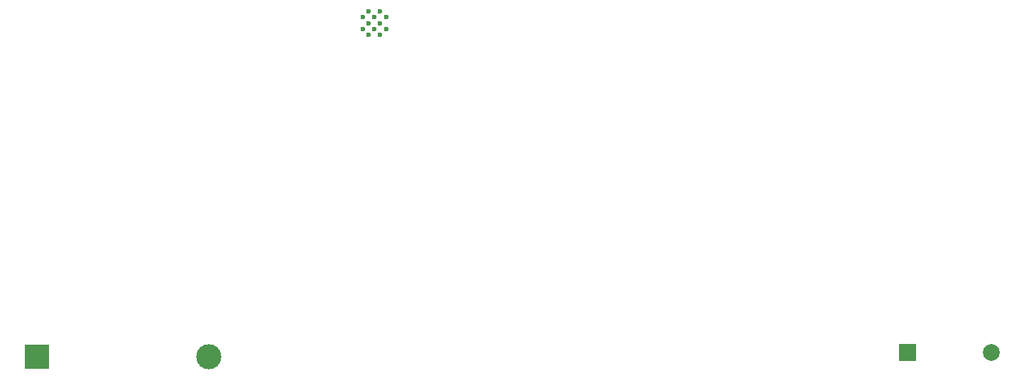
<source format=gbr>
%TF.GenerationSoftware,KiCad,Pcbnew,9.0.0*%
%TF.CreationDate,2025-03-30T15:15:58+05:30*%
%TF.ProjectId,garden management system,67617264-656e-4206-9d61-6e6167656d65,rev?*%
%TF.SameCoordinates,Original*%
%TF.FileFunction,Soldermask,Bot*%
%TF.FilePolarity,Negative*%
%FSLAX46Y46*%
G04 Gerber Fmt 4.6, Leading zero omitted, Abs format (unit mm)*
G04 Created by KiCad (PCBNEW 9.0.0) date 2025-03-30 15:15:58*
%MOMM*%
%LPD*%
G01*
G04 APERTURE LIST*
%ADD10C,0.600000*%
%ADD11R,2.000000X2.000000*%
%ADD12C,2.000000*%
%ADD13R,3.000000X3.000000*%
%ADD14C,3.000000*%
G04 APERTURE END LIST*
D10*
%TO.C,U1*%
X128560000Y-93010000D03*
X128560000Y-94410000D03*
X129260000Y-92310000D03*
X129260000Y-93710000D03*
X129260000Y-95110000D03*
X129960000Y-93010000D03*
X129960000Y-94410000D03*
X130660000Y-92310000D03*
X130660000Y-93710000D03*
X130660000Y-95110000D03*
X131360000Y-93010000D03*
X131360000Y-94410000D03*
%TD*%
D11*
%TO.C,BZ1*%
X193500000Y-133000000D03*
D12*
X203500000Y-133000000D03*
%TD*%
D13*
%TO.C,BT1*%
X89730000Y-133500000D03*
D14*
X110220000Y-133500000D03*
%TD*%
M02*

</source>
